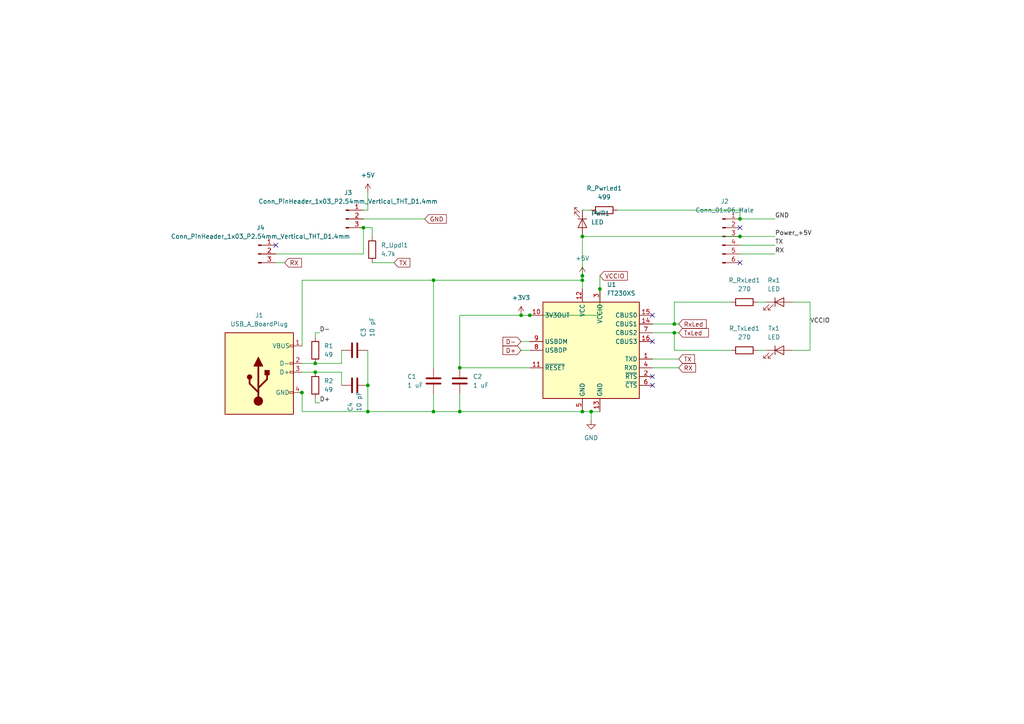
<source format=kicad_sch>
(kicad_sch (version 20211123) (generator eeschema)
  (paper "A4")
  (title_block (title "FT230x Board ") (rev "4") (company "HSRW") (comment 1 "Author: Ahmed abdellatif "))
  (lib_symbols
    (symbol "Connector:Conn_01x06_Male" (pin_names (offset 1.016) hide)
      (property "Reference" "J" (at 0 7.62 0))
      (property "Value" "Conn_01x06_Male" (at 0 -10.16 0))
      (symbol "Conn_01x06_Male_1_1"
        (polyline (pts (xy 1.27 -7.62) (xy 0.8636 -7.62)) (stroke (width 0.1524)))
        (polyline (pts (xy 1.27 -5.08) (xy 0.8636 -5.08)) (stroke (width 0.1524)))
        (polyline (pts (xy 1.27 -2.54) (xy 0.8636 -2.54)) (stroke (width 0.1524)))
        (polyline (pts (xy 1.27 0) (xy 0.8636 0)) (stroke (width 0.1524)))
        (polyline (pts (xy 1.27 2.54) (xy 0.8636 2.54)) (stroke (width 0.1524)))
        (polyline (pts (xy 1.27 5.08) (xy 0.8636 5.08)) (stroke (width 0.1524)))
        (rectangle (start 0.8636 -7.493) (end 0 -7.747) (stroke (width 0.1524)) (fill (type outline)))
        (rectangle (start 0.8636 -4.953) (end 0 -5.207) (stroke (width 0.1524)) (fill (type outline)))
        (rectangle (start 0.8636 -2.413) (end 0 -2.667) (stroke (width 0.1524)) (fill (type outline)))
        (rectangle (start 0.8636 0.127) (end 0 -0.127) (stroke (width 0.1524)) (fill (type outline)))
        (rectangle (start 0.8636 2.667) (end 0 2.413) (stroke (width 0.1524)) (fill (type outline)))
        (rectangle (start 0.8636 5.207) (end 0 4.953) (stroke (width 0.1524)) (fill (type outline)))
        (pin passive line (at 5.08 5.08 180) (length 3.81) (name "Pin_1") (number "1"))
        (pin passive line (at 5.08 2.54 180) (length 3.81) (name "Pin_2") (number "2"))
        (pin passive line (at 5.08 0 180) (length 3.81) (name "Pin_3") (number "3"))
        (pin passive line (at 5.08 -2.54 180) (length 3.81) (name "Pin_4") (number "4"))
        (pin passive line (at 5.08 -5.08 180) (length 3.81) (name "Pin_5") (number "5"))
        (pin passive line (at 5.08 -7.62 180) (length 3.81) (name "Pin_6") (number "6"))
      )
    )
    (symbol "Fab:C" (pin_numbers hide) (pin_names (offset 0.254))
      (property "Reference" "C" (at 0.635 2.54 0))
      (property "Value" "C" (at 0.635 -2.54 0))
      (symbol "C_0_1"
        (polyline (pts (xy -2.032 -0.762) (xy 2.032 -0.762)) (stroke (width 0.508)))
        (polyline (pts (xy -2.032 0.762) (xy 2.032 0.762)) (stroke (width 0.508)))
      )
      (symbol "C_1_1"
        (pin passive line (at 0 3.81 270) (length 2.794) (name "~") (number "1"))
        (pin passive line (at 0 -3.81 90) (length 2.794) (name "~") (number "2"))
      )
    )
    (symbol "Fab:Conn_PinHeader_1x03_P2.54mm_Vertical_THT_D1.4mm" (pin_names (offset 1.016) hide)
      (property "Reference" "J" (at 0 5.08 0))
      (property "Value" "Conn_PinHeader_1x03_P2.54mm_Vertical_THT_D1.4mm" (at 0 -5.08 0))
      (symbol "Conn_PinHeader_1x03_P2.54mm_Vertical_THT_D1.4mm_1_1"
        (polyline (pts (xy 1.27 -2.54) (xy 0.8636 -2.54)) (stroke (width 0.1524)))
        (polyline (pts (xy 1.27 0) (xy 0.8636 0)) (stroke (width 0.1524)))
        (polyline (pts (xy 1.27 2.54) (xy 0.8636 2.54)) (stroke (width 0.1524)))
        (rectangle (start 0.8636 -2.413) (end 0 -2.667) (stroke (width 0.1524)) (fill (type outline)))
        (rectangle (start 0.8636 0.127) (end 0 -0.127) (stroke (width 0.1524)) (fill (type outline)))
        (rectangle (start 0.8636 2.667) (end 0 2.413) (stroke (width 0.1524)) (fill (type outline)))
        (pin passive line (at 5.08 2.54 180) (length 3.81) (name "Pin_1") (number "1"))
        (pin passive line (at 5.08 0 180) (length 3.81) (name "Pin_2") (number "2"))
        (pin passive line (at 5.08 -2.54 180) (length 3.81) (name "Pin_3") (number "3"))
      )
    )
    (symbol "Fab:FT230XS"
      (property "Reference" "U" (at 0 20.32 0))
      (property "Value" "FT230XS" (at 8.89 -16.51 0))
      (symbol "FT230XS_0_1"
        (rectangle (start 13.97 13.97) (end -13.97 -13.97) (stroke (width 0.254)) (fill (type background)))
      )
      (symbol "FT230XS_1_1"
        (pin output line (at 17.78 -2.54 180) (length 3.81) (name "TXD") (number "1"))
        (pin power_out line (at -17.78 10.16 0) (length 3.81) (name "3V3OUT") (number "10"))
        (pin input line (at -17.78 -5.08 0) (length 3.81) (name "~{RESET}") (number "11"))
        (pin power_in line (at -2.54 17.78 270) (length 3.81) (name "VCC") (number "12"))
        (pin power_in line (at 2.54 -17.78 90) (length 3.81) (name "GND") (number "13"))
        (pin bidirectional line (at 17.78 7.62 180) (length 3.81) (name "CBUS1") (number "14"))
        (pin bidirectional line (at 17.78 10.16 180) (length 3.81) (name "CBUS0") (number "15"))
        (pin bidirectional line (at 17.78 2.54 180) (length 3.81) (name "CBUS3") (number "16"))
        (pin output line (at 17.78 -7.62 180) (length 3.81) (name "~{RTS}") (number "2"))
        (pin power_in line (at 2.54 17.78 270) (length 3.81) (name "VCCIO") (number "3"))
        (pin input line (at 17.78 -5.08 180) (length 3.81) (name "RXD") (number "4"))
        (pin power_in line (at -2.54 -17.78 90) (length 3.81) (name "GND") (number "5"))
        (pin input line (at 17.78 -10.16 180) (length 3.81) (name "~{CTS}") (number "6"))
        (pin bidirectional line (at 17.78 5.08 180) (length 3.81) (name "CBUS2") (number "7"))
        (pin bidirectional line (at -17.78 0 0) (length 3.81) (name "USBDP") (number "8"))
        (pin bidirectional line (at -17.78 2.54 0) (length 3.81) (name "USBDM") (number "9"))
      )
    )
    (symbol "Fab:LED" (pin_numbers hide) (pin_names (offset 1.016) hide)
      (property "Reference" "D" (at 0 2.54 0))
      (property "Value" "LED" (at 0 -2.54 0))
      (symbol "LED_0_1"
        (polyline (pts (xy -1.27 -1.27) (xy -1.27 1.27)) (stroke (width 0.2032)))
        (polyline (pts (xy -1.27 0) (xy 1.27 0)))
        (polyline (pts (xy 1.27 -1.27) (xy 1.27 1.27) (xy -1.27 0) (xy 1.27 -1.27)) (stroke (width 0.2032)))
        (polyline (pts (xy -3.048 -0.762) (xy -4.572 -2.286) (xy -3.81 -2.286) (xy -4.572 -2.286) (xy -4.572 -1.524)))
        (polyline (pts (xy -1.778 -0.762) (xy -3.302 -2.286) (xy -2.54 -2.286) (xy -3.302 -2.286) (xy -3.302 -1.524)))
      )
      (symbol "LED_1_1"
        (pin passive line (at -3.81 0 0) (length 2.54) (name "K") (number "1"))
        (pin passive line (at 3.81 0 180) (length 2.54) (name "A") (number "2"))
      )
    )
    (symbol "Fab:Power_+3V3" (power) (pin_names (offset 0))
      (property "Value" "Power_+3V3" (at 0 3.556 0))
      (symbol "Power_+3V3_0_1"
        (polyline (pts (xy -0.762 1.27) (xy 0 2.54)))
        (polyline (pts (xy 0 0) (xy 0 2.54)))
        (polyline (pts (xy 0 2.54) (xy 0.762 1.27)))
      )
      (symbol "Power_+3V3_1_1"
        (pin power_in line (at 0 0 90) (length 0) hide (name "+3V3") (number "1"))
      )
    )
    (symbol "Fab:Power_+5V" (power) (pin_names (offset 0))
      (property "Value" "Power_+5V" (at 0 3.556 0))
      (symbol "Power_+5V_0_1"
        (polyline (pts (xy -0.762 1.27) (xy 0 2.54)))
        (polyline (pts (xy 0 0) (xy 0 2.54)))
        (polyline (pts (xy 0 2.54) (xy 0.762 1.27)))
      )
      (symbol "Power_+5V_1_1"
        (pin power_in line (at 0 0 90) (length 0) hide (name "+5V") (number "1"))
      )
    )
    (symbol "Fab:Power_GND" (power) (pin_names (offset 0))
      (property "Value" "Power_GND" (at 0 -3.81 0))
      (symbol "Power_GND_0_1"
        (polyline (pts (xy 0 0) (xy 0 -1.27) (xy 1.27 -1.27) (xy 0 -2.54) (xy -1.27 -1.27) (xy 0 -1.27)))
      )
      (symbol "Power_GND_1_1"
        (pin power_in line (at 0 0 270) (length 0) hide (name "GND") (number "1"))
      )
    )
    (symbol "Fab:R" (pin_numbers hide) (pin_names (offset 0))
      (property "Reference" "R" (at 2.032 0 90))
      (property "Value" "R" (at 0 0 90))
      (symbol "R_0_1"
        (rectangle (start -1.016 -2.54) (end 1.016 2.54) (stroke (width 0.254)))
      )
      (symbol "R_1_1"
        (pin passive line (at 0 3.81 270) (length 1.27) (name "~") (number "1"))
        (pin passive line (at 0 -3.81 90) (length 1.27) (name "~") (number "2"))
      )
    )
    (symbol "USB_A_BoardPlug_1" (pin_names (offset 1.016))
      (property "Reference" "J" (at -10.16 15.24 0))
      (property "Value" "USB_A_BoardPlug_1" (at 10.16 15.24 0))
      (symbol "USB_A_BoardPlug_1_0_0"
        (rectangle (start 10.0965 -3.6195) (end 9.0805 -3.1115))
        (rectangle (start 10.16 2.794) (end 9.144 2.286))
        (rectangle (start 10.16 5.334) (end 9.144 4.826))
        (rectangle (start 10.16 10.414) (end 9.144 9.906))
      )
      (symbol "USB_A_BoardPlug_1_0_1"
        (rectangle (start -9.652 13.97) (end 10.16 -9.652) (stroke (width 0.254)) (fill (type background)))
      )
      (symbol "USB_A_BoardPlug_1_1_1"
        (circle (center -2.54 1.143) (radius 0.635) (stroke (width 0.254)) (fill (type outline)))
        (circle (center 0 -5.842) (radius 1.27) (fill (type outline)))
        (polyline (pts (xy 0 -5.842) (xy 0 4.318)) (stroke (width 0.508)))
        (polyline (pts (xy 0 -3.302) (xy -2.54 -0.762) (xy -2.54 0.508)) (stroke (width 0.508)))
        (polyline (pts (xy 0 -2.032) (xy 2.54 0.508) (xy 2.54 1.778)) (stroke (width 0.508)))
        (polyline (pts (xy -1.27 4.318) (xy 0 6.858) (xy 1.27 4.318) (xy -1.27 4.318)) (stroke (width 0.254)) (fill (type outline)))
        (rectangle (start 1.905 1.778) (end 3.175 3.048) (stroke (width 0.254)) (fill (type outline)))
        (pin power_in line (at 12.7 10.16 180) (length 2.54) (name "VBUS") (number "1"))
        (pin bidirectional line (at 12.7 5.08 180) (length 2.54) (name "D-") (number "2"))
        (pin bidirectional line (at 12.7 2.54 180) (length 2.54) (name "D+") (number "3"))
        (pin power_in line (at 12.6365 -3.3655 180) (length 2.54) (name "GND") (number "4"))
      )
    )
  )
  (junction (at 91.44 105.41))
  (junction (at 87.5665 113.8555))
  (junction (at 168.91 68.58))
  (junction (at 173.99 83.82))
  (junction (at 106.68 111.76))
  (junction (at 105.41 66.04))
  (junction (at 171.45 119.38))
  (junction (at 195.58 93.98))
  (junction (at 214.63 63.5))
  (junction (at 106.68 119.38))
  (junction (at 151.13 91.44))
  (junction (at 168.91 81.28))
  (junction (at 133.35 106.68))
  (junction (at 195.58 96.52))
  (junction (at 214.63 68.58))
  (junction (at 168.91 119.38))
  (junction (at 125.73 119.38))
  (junction (at 91.44 107.95))
  (junction (at 168.91 80.01))
  (junction (at 125.73 81.28))
  (junction (at 133.35 119.38))
  (junction (at 153.67 91.44))
  (no_connect (at 214.63 76.2))
  (no_connect (at 214.63 66.04))
  (no_connect (at 189.23 99.06))
  (no_connect (at 189.23 91.44))
  (no_connect (at 80.01 71.12))
  (no_connect (at 189.23 111.76))
  (no_connect (at 189.23 109.22))
  (wire (pts (xy 106.68 101.6) (xy 106.68 111.76)))
  (wire (pts (xy 214.63 60.96) (xy 214.63 63.5)))
  (wire (pts (xy 91.44 115.57) (xy 91.44 116.84)))
  (wire (pts (xy 168.91 60.96) (xy 171.45 60.96)))
  (wire (pts (xy 107.95 68.58) (xy 107.95 66.04)))
  (wire (pts (xy 219.71 87.63) (xy 222.25 87.63)))
  (wire (pts (xy 234.95 87.63) (xy 234.95 101.6)))
  (wire (pts (xy 171.45 119.38) (xy 171.45 121.92)))
  (wire (pts (xy 151.13 91.44) (xy 153.67 91.44)))
  (wire (pts (xy 195.58 87.63) (xy 212.09 87.63)))
  (wire (pts (xy 189.23 106.68) (xy 196.85 106.68)))
  (wire (pts (xy 171.45 119.38) (xy 173.99 119.38)))
  (wire (pts (xy 99.06 105.41) (xy 99.06 101.6)))
  (wire (pts (xy 133.35 106.68) (xy 153.67 106.68)))
  (wire (pts (xy 214.63 68.58) (xy 168.91 68.58)))
  (wire (pts (xy 133.35 106.68) (xy 133.35 91.44)))
  (wire (pts (xy 87.63 107.95) (xy 91.44 107.95)))
  (wire (pts (xy 151.13 101.6) (xy 153.67 101.6)))
  (wire (pts (xy 125.73 114.3) (xy 125.73 119.38)))
  (wire (pts (xy 214.63 71.12) (xy 224.79 71.12)))
  (wire (pts (xy 87.63 119.38) (xy 87.63 113.8555)))
  (wire (pts (xy 106.68 111.76) (xy 106.68 119.38)))
  (wire (pts (xy 214.63 73.66) (xy 224.79 73.66)))
  (wire (pts (xy 91.44 105.41) (xy 99.06 105.41)))
  (wire (pts (xy 189.23 104.14) (xy 196.85 104.14)))
  (wire (pts (xy 107.95 66.04) (xy 105.41 66.04)))
  (wire (pts (xy 214.63 63.5) (xy 224.79 63.5)))
  (wire (pts (xy 91.44 97.79) (xy 91.44 96.52)))
  (wire (pts (xy 87.63 113.8555) (xy 87.5665 113.8555)))
  (wire (pts (xy 87.63 100.33) (xy 87.63 81.28)))
  (wire (pts (xy 195.58 87.63) (xy 195.58 93.98)))
  (wire (pts (xy 195.58 101.6) (xy 212.09 101.6)))
  (wire (pts (xy 87.63 81.28) (xy 125.73 81.28)))
  (wire (pts (xy 125.73 119.38) (xy 106.68 119.38)))
  (wire (pts (xy 214.63 68.58) (xy 224.79 68.58)))
  (wire (pts (xy 80.01 73.66) (xy 105.41 73.66)))
  (wire (pts (xy 91.44 107.95) (xy 99.06 107.95)))
  (wire (pts (xy 168.91 81.28) (xy 168.91 83.82)))
  (wire (pts (xy 82.55 76.2) (xy 80.01 76.2)))
  (wire (pts (xy 125.73 81.28) (xy 168.91 81.28)))
  (wire (pts (xy 91.44 116.84) (xy 92.71 116.84)))
  (wire (pts (xy 168.91 68.58) (xy 168.91 80.01)))
  (wire (pts (xy 91.44 96.52) (xy 92.71 96.52)))
  (wire (pts (xy 105.41 60.96) (xy 106.68 60.96)))
  (wire (pts (xy 125.73 119.38) (xy 133.35 119.38)))
  (wire (pts (xy 234.95 101.6) (xy 229.87 101.6)))
  (wire (pts (xy 114.3 76.2) (xy 107.95 76.2)))
  (wire (pts (xy 195.58 96.52) (xy 196.85 96.52)))
  (wire (pts (xy 106.68 60.96) (xy 106.68 55.88)))
  (wire (pts (xy 105.41 63.5) (xy 123.19 63.5)))
  (wire (pts (xy 106.68 119.38) (xy 87.63 119.38)))
  (wire (pts (xy 195.58 93.98) (xy 196.85 93.98)))
  (wire (pts (xy 153.67 91.44) (xy 173.99 91.44)))
  (wire (pts (xy 151.13 99.06) (xy 153.67 99.06)))
  (wire (pts (xy 219.71 101.6) (xy 222.25 101.6)))
  (wire (pts (xy 173.99 91.44) (xy 173.99 83.82)))
  (wire (pts (xy 189.23 93.98) (xy 195.58 93.98)))
  (wire (pts (xy 125.73 106.68) (xy 125.73 81.28)))
  (wire (pts (xy 173.99 80.01) (xy 173.99 83.82)))
  (wire (pts (xy 168.91 80.01) (xy 168.91 81.28)))
  (wire (pts (xy 105.41 73.66) (xy 105.41 66.04)))
  (wire (pts (xy 87.63 105.41) (xy 91.44 105.41)))
  (wire (pts (xy 195.58 96.52) (xy 195.58 101.6)))
  (wire (pts (xy 133.35 114.3) (xy 133.35 119.38)))
  (wire (pts (xy 133.35 119.38) (xy 168.91 119.38)))
  (wire (pts (xy 133.35 91.44) (xy 151.13 91.44)))
  (wire (pts (xy 179.07 60.96) (xy 214.63 60.96)))
  (wire (pts (xy 234.95 87.63) (xy 229.87 87.63)))
  (wire (pts (xy 168.91 119.38) (xy 171.45 119.38)))
  (wire (pts (xy 189.23 96.52) (xy 195.58 96.52)))
  (wire (pts (xy 99.06 107.95) (xy 99.06 111.76)))
  (label "D-" (at 92.71 96.52 0))
  (label "GND" (at 224.79 63.5 0))
  (label "RX" (at 224.79 73.66 0))
  (label "Power_+5V" (at 224.79 68.58 0))
  (label "TX" (at 224.79 71.12 0))
  (label "VCCIO" (at 234.95 93.98 0))
  (label "D+" (at 92.71 116.84 0))
  (global_label "TX" (shape input) (at 114.3 76.2 0) (property "Intersheet References" "${INTERSHEET_REFS}" (effects hide)))
  (global_label "D+" (shape input) (at 151.13 101.6 180) (property "Intersheet References" "${INTERSHEET_REFS}" (effects hide)))
  (global_label "RX" (shape input) (at 196.85 106.68 0) (property "Intersheet References" "${INTERSHEET_REFS}" (effects hide)))
  (global_label "VCCIO" (shape input) (at 173.99 80.01 0) (property "Intersheet References" "${INTERSHEET_REFS}" (effects hide)))
  (global_label "RX" (shape input) (at 82.55 76.2 0) (property "Intersheet References" "${INTERSHEET_REFS}" (effects hide)))
  (global_label "RxLed" (shape input) (at 196.85 93.98 0) (property "Intersheet References" "${INTERSHEET_REFS}" (effects hide)))
  (global_label "TxLed " (shape input) (at 196.85 96.52 0) (property "Intersheet References" "${INTERSHEET_REFS}" (effects hide)))
  (global_label "TX" (shape input) (at 196.85 104.14 0) (property "Intersheet References" "${INTERSHEET_REFS}" (effects hide)))
  (global_label "D-" (shape input) (at 151.13 99.06 180) (property "Intersheet References" "${INTERSHEET_REFS}" (effects hide)))
  (global_label "GND" (shape input) (at 123.19 63.5 0) (property "Intersheet References" "${INTERSHEET_REFS}" (effects hide)))
  (symbol (lib_id "Fab:C") (at 102.87 111.76 90) (unit 1)
    (property "Reference" "C4" (at 101.6 119.38 0) (effects (justify left)))
    (property "Value" "10 pF" (at 104.14 119.38 0) (effects (justify left)))
    (property "Footprint" "Fab:C_1206" (effects hide))
  )
  (symbol (lib_id "Fab:C") (at 125.73 110.49 0) (unit 1)
    (property "Reference" "C1" (at 118.11 109.22 0) (effects (justify left)))
    (property "Value" "1 uF" (at 118.11 111.76 0) (effects (justify left)))
    (property "Footprint" "Fab:C_1206" (effects hide))
  )
  (symbol (lib_id "Fab:Power_+5V") (at 106.68 55.88 0) (unit 1)
    (property "Reference" "#PWR01" (effects hide))
    (property "Value" "Power_+5V" (at 106.68 50.8 0))
  )
  (symbol (lib_id "Fab:Conn_PinHeader_1x03_P2.54mm_Vertical_THT_D1.4mm") (at 100.33 63.5 0) (unit 1)
    (property "Reference" "J3" (at 100.965 55.88 0))
    (property "Value" "Conn_PinHeader_1x03_P2.54mm_Vertical_THT_D1.4mm" (at 100.965 58.42 0))
    (property "Footprint" "Fab:PinHeader_1x03_P2.54mm_Vertical_THT_D1mm" (effects hide))
  )
  (symbol (lib_name "USB_A_BoardPlug_1") (lib_id "Connector:USB_A_BoardPlug") (at 74.93 110.49 0) (unit 1)
    (property "Reference" "J1" (at 75.184 91.44 0))
    (property "Value" "USB_A_BoardPlug" (at 75.184 93.98 0))
    (property "Footprint" "Fab:Conn_USB_A_Plain" (effects hide))
  )
  (symbol (lib_id "Fab:R") (at 107.95 72.39 180) (unit 1)
    (property "Reference" "R_Updi1" (at 110.49 71.1199 0) (effects (justify right)))
    (property "Value" "4.7k" (at 110.49 73.6599 0) (effects (justify right)))
    (property "Footprint" "Fab:R_1206" (effects hide))
  )
  (symbol (lib_id "Fab:R") (at 175.26 60.96 90) (unit 1)
    (property "Reference" "R_PwrLed1" (at 175.26 54.61 90))
    (property "Value" "499" (at 175.26 57.15 90))
    (property "Footprint" "Fab:R_1206" (effects hide))
  )
  (symbol (lib_id "Fab:LED") (at 226.06 87.63 0) (unit 1)
    (property "Reference" "Rx1" (at 224.4598 81.28 0))
    (property "Value" "LED" (at 224.4598 83.82 0))
    (property "Footprint" "Fab:LED_1206" (effects hide))
    (property "Datasheet" "https://optoelectronics.liteon.com/upload/download/DS-22-98-0002/LTST-C150CKT.pdf" (effects hide))
  )
  (symbol (lib_id "Fab:LED") (at 226.06 101.6 0) (unit 1)
    (property "Reference" "Tx1" (at 224.4598 95.25 0))
    (property "Value" "LED" (at 224.4598 97.79 0))
    (property "Footprint" "Fab:LED_1206" (effects hide))
    (property "Datasheet" "https://optoelectronics.liteon.com/upload/download/DS-22-98-0002/LTST-C150CKT.pdf" (effects hide))
  )
  (symbol (lib_id "Fab:Power_GND") (at 171.45 121.92 0) (unit 1)
    (property "Reference" "#PWR0101" (effects hide))
    (property "Value" "Power_GND" (at 171.45 127 0))
  )
  (symbol (lib_id "Fab:Conn_PinHeader_1x03_P2.54mm_Vertical_THT_D1.4mm") (at 74.93 73.66 0) (unit 1)
    (property "Reference" "J4" (at 75.565 66.04 0))
    (property "Value" "Conn_PinHeader_1x03_P2.54mm_Vertical_THT_D1.4mm" (at 75.565 68.58 0))
    (property "Footprint" "Fab:PinHeader_1x03_P2.54mm_Vertical_THT_D1mm" (effects hide))
  )
  (symbol (lib_id "Fab:C") (at 102.87 101.6 90) (unit 1)
    (property "Reference" "C3" (at 105.41 97.79 0) (effects (justify left)))
    (property "Value" "10 pF" (at 107.95 97.79 0) (effects (justify left)))
    (property "Footprint" "Fab:C_1206" (effects hide))
  )
  (symbol (lib_id "Fab:R") (at 91.44 111.76 180) (unit 1)
    (property "Reference" "R2" (at 93.98 110.4899 0) (effects (justify right)))
    (property "Value" "49" (at 93.98 113.0299 0) (effects (justify right)))
    (property "Footprint" "Fab:R_1206" (effects hide))
  )
  (symbol (lib_id "Fab:Power_+5V") (at 168.91 80.01 0) (unit 1)
    (property "Reference" "#PWR0102" (effects hide))
    (property "Value" "Power_+5V" (at 168.91 74.93 0))
  )
  (symbol (lib_id "Fab:R") (at 215.9 101.6 90) (unit 1)
    (property "Reference" "R_TxLed1" (at 215.9 95.25 90))
    (property "Value" "270" (at 215.9 97.79 90))
    (property "Footprint" "Fab:R_1206" (effects hide))
  )
  (symbol (lib_id "Fab:R") (at 91.44 101.6 180) (unit 1)
    (property "Reference" "R1" (at 93.98 100.3299 0) (effects (justify right)))
    (property "Value" "49" (at 93.98 102.8699 0) (effects (justify right)))
    (property "Footprint" "Fab:R_1206" (effects hide))
  )
  (symbol (lib_id "Fab:C") (at 133.35 110.49 0) (unit 1)
    (property "Reference" "C2" (at 137.16 109.2199 0) (effects (justify left)))
    (property "Value" "1 uF" (at 137.16 111.7599 0) (effects (justify left)))
    (property "Footprint" "Fab:C_1206" (effects hide))
  )
  (symbol (lib_id "Connector:Conn_01x06_Male") (at 209.55 68.58 0) (unit 1)
    (property "Reference" "J2" (at 210.185 58.42 0))
    (property "Value" "Conn_01x06_Male" (at 210.185 60.96 0))
    (property "Footprint" "Fab:PinHeader_1x06_P2.54mm_Vertical_THT_D1.016mm" (effects hide))
  )
  (symbol (lib_id "Fab:FT230XS") (at 171.45 101.6 0) (unit 1)
    (property "Reference" "U1" (at 176.0094 82.55 0) (effects (justify left)))
    (property "Value" "FT230XS" (at 176.0094 85.09 0) (effects (justify left)))
    (property "Footprint" "Fab:SSOP-16_3.9x4.9_P0.65mm" (effects hide))
    (property "Datasheet" "http://www.ftdichip.com/Products/ICs/FT230X.html" (effects hide))
  )
  (symbol (lib_id "Fab:Power_+3V3") (at 151.13 91.44 0) (unit 1)
    (property "Reference" "#PWR0103" (effects hide))
    (property "Value" "Power_+3V3" (at 151.13 86.36 0))
  )
  (symbol (lib_id "Fab:R") (at 215.9 87.63 90) (unit 1)
    (property "Reference" "R_RxLed1" (at 215.9 81.28 90))
    (property "Value" "270" (at 215.9 83.82 90))
    (property "Footprint" "Fab:R_1206" (effects hide))
  )
  (symbol (lib_id "Fab:LED") (at 168.91 64.77 270) (unit 1)
    (property "Reference" "PWR1" (at 171.45 61.8997 90) (effects (justify left)))
    (property "Value" "LED" (at 171.45 64.4397 90) (effects (justify left)))
    (property "Footprint" "Fab:LED_1206" (effects hide))
    (property "Datasheet" "https://optoelectronics.liteon.com/upload/download/DS-22-98-0002/LTST-C150CKT.pdf" (effects hide))
  )
)
</source>
